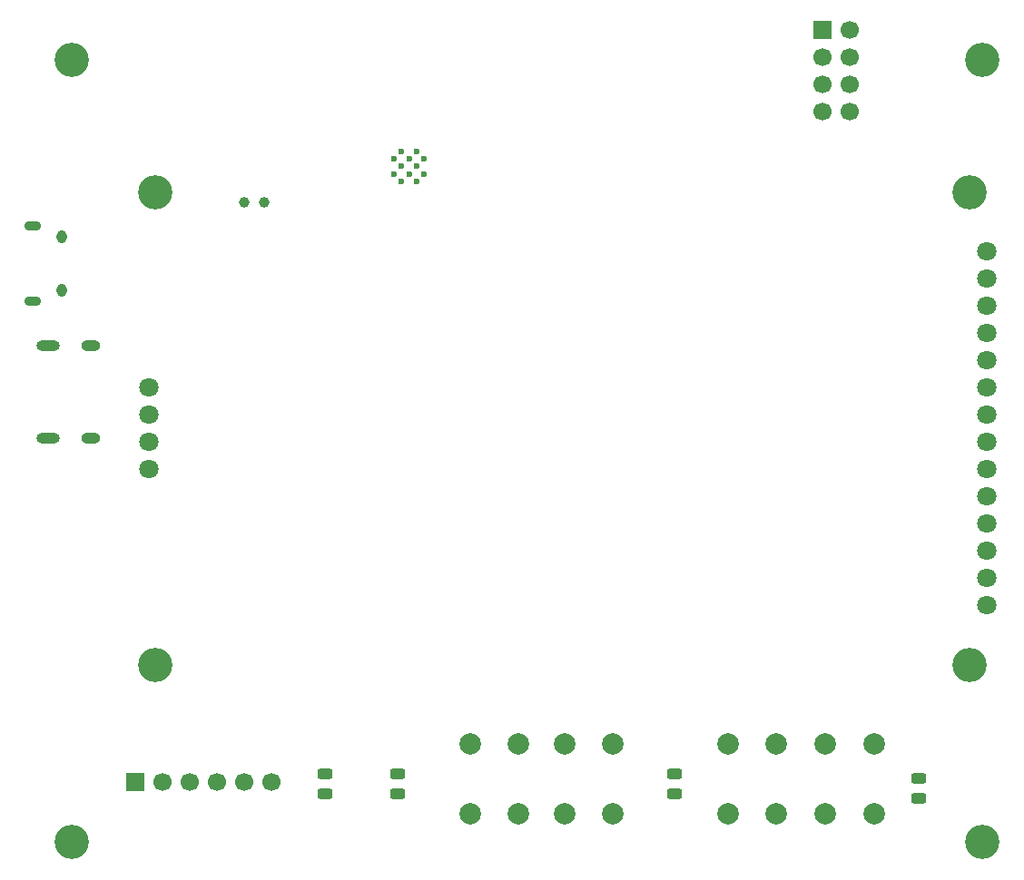
<source format=gbs>
%TF.GenerationSoftware,KiCad,Pcbnew,9.0.2*%
%TF.CreationDate,2025-12-02T18:06:08+01:00*%
%TF.ProjectId,stacja_pogody_modu__wew,73746163-6a61-45f7-906f-676f64795f6d,rev?*%
%TF.SameCoordinates,Original*%
%TF.FileFunction,Soldermask,Bot*%
%TF.FilePolarity,Negative*%
%FSLAX46Y46*%
G04 Gerber Fmt 4.6, Leading zero omitted, Abs format (unit mm)*
G04 Created by KiCad (PCBNEW 9.0.2) date 2025-12-02 18:06:08*
%MOMM*%
%LPD*%
G01*
G04 APERTURE LIST*
G04 Aperture macros list*
%AMRoundRect*
0 Rectangle with rounded corners*
0 $1 Rounding radius*
0 $2 $3 $4 $5 $6 $7 $8 $9 X,Y pos of 4 corners*
0 Add a 4 corners polygon primitive as box body*
4,1,4,$2,$3,$4,$5,$6,$7,$8,$9,$2,$3,0*
0 Add four circle primitives for the rounded corners*
1,1,$1+$1,$2,$3*
1,1,$1+$1,$4,$5*
1,1,$1+$1,$6,$7*
1,1,$1+$1,$8,$9*
0 Add four rect primitives between the rounded corners*
20,1,$1+$1,$2,$3,$4,$5,0*
20,1,$1+$1,$4,$5,$6,$7,0*
20,1,$1+$1,$6,$7,$8,$9,0*
20,1,$1+$1,$8,$9,$2,$3,0*%
G04 Aperture macros list end*
%ADD10C,1.800000*%
%ADD11C,3.200000*%
%ADD12O,1.550000X0.890000*%
%ADD13O,0.950000X1.250000*%
%ADD14C,0.600000*%
%ADD15C,1.000000*%
%ADD16R,1.700000X1.700000*%
%ADD17C,1.700000*%
%ADD18C,2.000000*%
%ADD19RoundRect,0.243750X0.456250X-0.243750X0.456250X0.243750X-0.456250X0.243750X-0.456250X-0.243750X0*%
%ADD20O,1.800000X1.000000*%
%ADD21O,2.200000X1.000000*%
G04 APERTURE END LIST*
D10*
%TO.C,U4*%
X107265200Y-96216900D03*
X107265200Y-93676900D03*
X107265200Y-91136900D03*
X107265200Y-88596900D03*
X185363572Y-108916620D03*
X185363572Y-106376620D03*
X185363572Y-103836620D03*
X185363572Y-101296620D03*
X185363572Y-98756620D03*
X185363572Y-96216620D03*
X185363572Y-93676620D03*
X185363572Y-91136620D03*
X185363572Y-88596620D03*
X185363572Y-86056620D03*
X185363572Y-83516620D03*
X185363572Y-80976620D03*
X185363572Y-78436620D03*
X185363572Y-75896620D03*
D11*
X183764844Y-114492077D03*
X183758501Y-70404566D03*
X107865200Y-70391900D03*
X107864844Y-114492077D03*
%TD*%
D12*
%TO.C,J1*%
X96400000Y-80500000D03*
D13*
X99100000Y-79500000D03*
X99100000Y-74500000D03*
D12*
X96400000Y-73500000D03*
%TD*%
D11*
%TO.C,H4*%
X185000000Y-58000000D03*
%TD*%
%TO.C,H3*%
X185000000Y-131000000D03*
%TD*%
%TO.C,H2*%
X100000000Y-131000000D03*
%TD*%
%TO.C,H1*%
X100000000Y-58000000D03*
%TD*%
D14*
%TO.C,U3*%
X130100000Y-67260000D03*
X130100000Y-68660000D03*
X130800000Y-66560000D03*
X130800000Y-67960000D03*
X130800000Y-69360000D03*
X131500000Y-67260000D03*
X131500000Y-68660000D03*
X132200000Y-66560000D03*
X132200000Y-67960000D03*
X132200000Y-69360000D03*
X132900000Y-67260000D03*
X132900000Y-68660000D03*
%TD*%
D15*
%TO.C,Y2*%
X116100000Y-71345000D03*
X118000000Y-71345000D03*
%TD*%
D16*
%TO.C,U6*%
X170039700Y-55233400D03*
D17*
X172579700Y-55233400D03*
X170039700Y-57773400D03*
X172579700Y-57773400D03*
X170039700Y-60313400D03*
X172579700Y-60313400D03*
X170039700Y-62853400D03*
X172579700Y-62853400D03*
%TD*%
D18*
%TO.C,EN*%
X170350000Y-121875000D03*
X170350000Y-128375000D03*
X174850000Y-121875000D03*
X174850000Y-128375000D03*
%TD*%
D19*
%TO.C,D2*%
X130454400Y-126489700D03*
X130454400Y-124614700D03*
%TD*%
D18*
%TO.C,BOOT*%
X161250000Y-121875000D03*
X161250000Y-128375000D03*
X165750000Y-121875000D03*
X165750000Y-128375000D03*
%TD*%
%TO.C,SW1*%
X141696000Y-128345000D03*
X141696000Y-121845000D03*
X137196000Y-128345000D03*
X137196000Y-121845000D03*
%TD*%
D16*
%TO.C,J3*%
X105968800Y-125450600D03*
D17*
X108508800Y-125450600D03*
X111048800Y-125450600D03*
X113588800Y-125450600D03*
X116128800Y-125450600D03*
X118668800Y-125450600D03*
%TD*%
D18*
%TO.C,SW2*%
X150496000Y-128345000D03*
X150496000Y-121845000D03*
X145996000Y-128345000D03*
X145996000Y-121845000D03*
%TD*%
D19*
%TO.C,D3*%
X156274400Y-126548800D03*
X156274400Y-124673800D03*
%TD*%
%TO.C,D4*%
X179074400Y-126948800D03*
X179074400Y-125073800D03*
%TD*%
%TO.C,D1*%
X123672600Y-126542800D03*
X123672600Y-124667800D03*
%TD*%
D20*
%TO.C,J2*%
X101805000Y-84680000D03*
D21*
X97825000Y-84680000D03*
D20*
X101805000Y-93320000D03*
D21*
X97825000Y-93320000D03*
%TD*%
M02*

</source>
